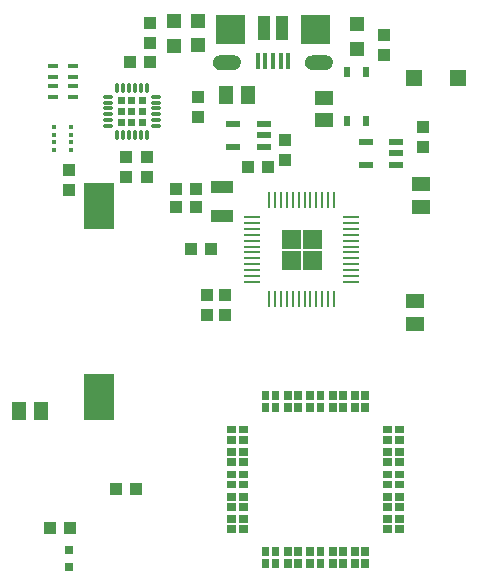
<source format=gbr>
%TF.GenerationSoftware,KiCad,Pcbnew,(6.0.0-0)*%
%TF.CreationDate,2022-01-15T19:35:45-06:00*%
%TF.ProjectId,dropkick,64726f70-6b69-4636-9b2e-6b696361645f,rev?*%
%TF.SameCoordinates,Original*%
%TF.FileFunction,Paste,Top*%
%TF.FilePolarity,Positive*%
%FSLAX46Y46*%
G04 Gerber Fmt 4.6, Leading zero omitted, Abs format (unit mm)*
G04 Created by KiCad (PCBNEW (6.0.0-0)) date 2022-01-15 19:35:45*
%MOMM*%
%LPD*%
G01*
G04 APERTURE LIST*
G04 Aperture macros list*
%AMRoundRect*
0 Rectangle with rounded corners*
0 $1 Rounding radius*
0 $2 $3 $4 $5 $6 $7 $8 $9 X,Y pos of 4 corners*
0 Add a 4 corners polygon primitive as box body*
4,1,4,$2,$3,$4,$5,$6,$7,$8,$9,$2,$3,0*
0 Add four circle primitives for the rounded corners*
1,1,$1+$1,$2,$3*
1,1,$1+$1,$4,$5*
1,1,$1+$1,$6,$7*
1,1,$1+$1,$8,$9*
0 Add four rect primitives between the rounded corners*
20,1,$1+$1,$2,$3,$4,$5,0*
20,1,$1+$1,$4,$5,$6,$7,0*
20,1,$1+$1,$6,$7,$8,$9,0*
20,1,$1+$1,$8,$9,$2,$3,0*%
G04 Aperture macros list end*
%ADD10C,0.010000*%
%ADD11C,0.100000*%
%ADD12C,0.180000*%
%ADD13R,1.000000X1.075000*%
%ADD14R,1.200000X1.200000*%
%ADD15R,0.508000X0.889000*%
%ADD16R,1.500000X1.240000*%
%ADD17R,1.075000X1.000000*%
%ADD18R,0.900000X0.450000*%
%ADD19R,1.900000X1.100000*%
%ADD20R,1.200000X0.550000*%
%ADD21R,1.000000X2.000000*%
%ADD22R,0.400000X1.350000*%
%ADD23R,1.240000X1.500000*%
%ADD24R,0.800000X0.800000*%
%ADD25R,1.400000X1.400000*%
%ADD26R,2.600000X4.000000*%
%ADD27RoundRect,0.070000X0.330000X0.070000X-0.330000X0.070000X-0.330000X-0.070000X0.330000X-0.070000X0*%
%ADD28RoundRect,0.070000X0.070000X-0.330000X0.070000X0.330000X-0.070000X0.330000X-0.070000X-0.330000X0*%
%ADD29RoundRect,0.070000X-0.330000X-0.070000X0.330000X-0.070000X0.330000X0.070000X-0.330000X0.070000X0*%
%ADD30RoundRect,0.070000X-0.070000X0.330000X-0.070000X-0.330000X0.070000X-0.330000X0.070000X0.330000X0*%
%ADD31R,1.346200X0.279400*%
%ADD32R,0.279400X1.346200*%
%ADD33R,0.350000X0.350000*%
G04 APERTURE END LIST*
%TO.C,X1*%
G36*
X95019600Y-48166600D02*
G01*
X92519600Y-48166600D01*
X92519600Y-45666600D01*
X95019600Y-45666600D01*
X95019600Y-48166600D01*
G37*
G36*
X94936535Y-49171879D02*
G01*
X95076788Y-49270123D01*
X95184089Y-49398046D01*
X95254624Y-49549383D01*
X95284831Y-49720875D01*
X95186834Y-50031882D01*
X95076788Y-50163077D01*
X94940033Y-50258871D01*
X94783147Y-50316005D01*
X94622378Y-50330100D01*
X93516822Y-50330100D01*
X93356053Y-50316005D01*
X93199167Y-50258871D01*
X93062412Y-50163077D01*
X92955111Y-50035154D01*
X92884576Y-49883817D01*
X92855122Y-49716600D01*
X92884576Y-49549383D01*
X92955111Y-49398046D01*
X93062412Y-49270123D01*
X93199167Y-49174329D01*
X93356053Y-49117195D01*
X93516822Y-49103100D01*
X94626560Y-49103100D01*
X94936535Y-49171879D01*
G37*
G36*
X87136535Y-49171879D02*
G01*
X87276788Y-49270123D01*
X87384089Y-49398046D01*
X87454624Y-49549383D01*
X87484831Y-49720875D01*
X87386834Y-50031882D01*
X87276788Y-50163077D01*
X87140033Y-50258871D01*
X86983147Y-50316005D01*
X86822378Y-50330100D01*
X85716822Y-50330100D01*
X85556053Y-50316005D01*
X85399167Y-50258871D01*
X85262412Y-50163077D01*
X85155111Y-50035154D01*
X85084576Y-49883817D01*
X85055122Y-49716600D01*
X85084576Y-49549383D01*
X85155111Y-49398046D01*
X85262412Y-49270123D01*
X85399167Y-49174329D01*
X85556053Y-49117195D01*
X85716822Y-49103100D01*
X86826560Y-49103100D01*
X87136535Y-49171879D01*
G37*
G36*
X87819600Y-48166600D02*
G01*
X85319600Y-48166600D01*
X85319600Y-45666600D01*
X87819600Y-45666600D01*
X87819600Y-48166600D01*
G37*
D10*
%TO.C,U2*%
X87266000Y-82928000D02*
X87266000Y-82348000D01*
X87266000Y-82348000D02*
X87986000Y-82348000D01*
X87986000Y-82348000D02*
X87986000Y-82928000D01*
X87986000Y-82928000D02*
X87266000Y-82928000D01*
G36*
X87986000Y-82928000D02*
G01*
X87266000Y-82928000D01*
X87266000Y-82348000D01*
X87986000Y-82348000D01*
X87986000Y-82928000D01*
G37*
X87986000Y-82928000D02*
X87266000Y-82928000D01*
X87266000Y-82348000D01*
X87986000Y-82348000D01*
X87986000Y-82928000D01*
X93011000Y-91423000D02*
X93011000Y-90703000D01*
X93011000Y-90703000D02*
X93591000Y-90703000D01*
X93591000Y-90703000D02*
X93591000Y-91423000D01*
X93591000Y-91423000D02*
X93011000Y-91423000D01*
G36*
X93591000Y-91423000D02*
G01*
X93011000Y-91423000D01*
X93011000Y-90703000D01*
X93591000Y-90703000D01*
X93591000Y-91423000D01*
G37*
X93591000Y-91423000D02*
X93011000Y-91423000D01*
X93011000Y-90703000D01*
X93591000Y-90703000D01*
X93591000Y-91423000D01*
X93861000Y-79223000D02*
X93861000Y-78503000D01*
X93861000Y-78503000D02*
X94441000Y-78503000D01*
X94441000Y-78503000D02*
X94441000Y-79223000D01*
X94441000Y-79223000D02*
X93861000Y-79223000D01*
G36*
X94441000Y-79223000D02*
G01*
X93861000Y-79223000D01*
X93861000Y-78503000D01*
X94441000Y-78503000D01*
X94441000Y-79223000D01*
G37*
X94441000Y-79223000D02*
X93861000Y-79223000D01*
X93861000Y-78503000D01*
X94441000Y-78503000D01*
X94441000Y-79223000D01*
X87266000Y-89478000D02*
X87266000Y-88898000D01*
X87266000Y-88898000D02*
X87986000Y-88898000D01*
X87986000Y-88898000D02*
X87986000Y-89478000D01*
X87986000Y-89478000D02*
X87266000Y-89478000D01*
G36*
X87986000Y-89478000D02*
G01*
X87266000Y-89478000D01*
X87266000Y-88898000D01*
X87986000Y-88898000D01*
X87986000Y-89478000D01*
G37*
X87986000Y-89478000D02*
X87266000Y-89478000D01*
X87266000Y-88898000D01*
X87986000Y-88898000D01*
X87986000Y-89478000D01*
X91961000Y-79223000D02*
X91961000Y-78503000D01*
X91961000Y-78503000D02*
X92541000Y-78503000D01*
X92541000Y-78503000D02*
X92541000Y-79223000D01*
X92541000Y-79223000D02*
X91961000Y-79223000D01*
G36*
X92541000Y-79223000D02*
G01*
X91961000Y-79223000D01*
X91961000Y-78503000D01*
X92541000Y-78503000D01*
X92541000Y-79223000D01*
G37*
X92541000Y-79223000D02*
X91961000Y-79223000D01*
X91961000Y-78503000D01*
X92541000Y-78503000D01*
X92541000Y-79223000D01*
X99466000Y-89478000D02*
X99466000Y-88898000D01*
X99466000Y-88898000D02*
X100186000Y-88898000D01*
X100186000Y-88898000D02*
X100186000Y-89478000D01*
X100186000Y-89478000D02*
X99466000Y-89478000D01*
G36*
X100186000Y-89478000D02*
G01*
X99466000Y-89478000D01*
X99466000Y-88898000D01*
X100186000Y-88898000D01*
X100186000Y-89478000D01*
G37*
X100186000Y-89478000D02*
X99466000Y-89478000D01*
X99466000Y-88898000D01*
X100186000Y-88898000D01*
X100186000Y-89478000D01*
X97661000Y-79223000D02*
X97661000Y-78503000D01*
X97661000Y-78503000D02*
X98241000Y-78503000D01*
X98241000Y-78503000D02*
X98241000Y-79223000D01*
X98241000Y-79223000D02*
X97661000Y-79223000D01*
G36*
X98241000Y-79223000D02*
G01*
X97661000Y-79223000D01*
X97661000Y-78503000D01*
X98241000Y-78503000D01*
X98241000Y-79223000D01*
G37*
X98241000Y-79223000D02*
X97661000Y-79223000D01*
X97661000Y-78503000D01*
X98241000Y-78503000D01*
X98241000Y-79223000D01*
X95761000Y-92423000D02*
X95761000Y-91703000D01*
X95761000Y-91703000D02*
X96341000Y-91703000D01*
X96341000Y-91703000D02*
X96341000Y-92423000D01*
X96341000Y-92423000D02*
X95761000Y-92423000D01*
G36*
X96341000Y-92423000D02*
G01*
X95761000Y-92423000D01*
X95761000Y-91703000D01*
X96341000Y-91703000D01*
X96341000Y-92423000D01*
G37*
X96341000Y-92423000D02*
X95761000Y-92423000D01*
X95761000Y-91703000D01*
X96341000Y-91703000D01*
X96341000Y-92423000D01*
X86266000Y-86728000D02*
X86266000Y-86148000D01*
X86266000Y-86148000D02*
X86986000Y-86148000D01*
X86986000Y-86148000D02*
X86986000Y-86728000D01*
X86986000Y-86728000D02*
X86266000Y-86728000D01*
G36*
X86986000Y-86728000D02*
G01*
X86266000Y-86728000D01*
X86266000Y-86148000D01*
X86986000Y-86148000D01*
X86986000Y-86728000D01*
G37*
X86986000Y-86728000D02*
X86266000Y-86728000D01*
X86266000Y-86148000D01*
X86986000Y-86148000D01*
X86986000Y-86728000D01*
X100466000Y-82928000D02*
X100466000Y-82348000D01*
X100466000Y-82348000D02*
X101186000Y-82348000D01*
X101186000Y-82348000D02*
X101186000Y-82928000D01*
X101186000Y-82928000D02*
X100466000Y-82928000D01*
G36*
X101186000Y-82928000D02*
G01*
X100466000Y-82928000D01*
X100466000Y-82348000D01*
X101186000Y-82348000D01*
X101186000Y-82928000D01*
G37*
X101186000Y-82928000D02*
X100466000Y-82928000D01*
X100466000Y-82348000D01*
X101186000Y-82348000D01*
X101186000Y-82928000D01*
X87266000Y-87578000D02*
X87266000Y-86998000D01*
X87266000Y-86998000D02*
X87986000Y-86998000D01*
X87986000Y-86998000D02*
X87986000Y-87578000D01*
X87986000Y-87578000D02*
X87266000Y-87578000D01*
G36*
X87986000Y-87578000D02*
G01*
X87266000Y-87578000D01*
X87266000Y-86998000D01*
X87986000Y-86998000D01*
X87986000Y-87578000D01*
G37*
X87986000Y-87578000D02*
X87266000Y-87578000D01*
X87266000Y-86998000D01*
X87986000Y-86998000D01*
X87986000Y-87578000D01*
X100466000Y-85678000D02*
X100466000Y-85098000D01*
X100466000Y-85098000D02*
X101186000Y-85098000D01*
X101186000Y-85098000D02*
X101186000Y-85678000D01*
X101186000Y-85678000D02*
X100466000Y-85678000D01*
G36*
X101186000Y-85678000D02*
G01*
X100466000Y-85678000D01*
X100466000Y-85098000D01*
X101186000Y-85098000D01*
X101186000Y-85678000D01*
G37*
X101186000Y-85678000D02*
X100466000Y-85678000D01*
X100466000Y-85098000D01*
X101186000Y-85098000D01*
X101186000Y-85678000D01*
X100466000Y-81878000D02*
X100466000Y-81298000D01*
X100466000Y-81298000D02*
X101186000Y-81298000D01*
X101186000Y-81298000D02*
X101186000Y-81878000D01*
X101186000Y-81878000D02*
X100466000Y-81878000D01*
G36*
X101186000Y-81878000D02*
G01*
X100466000Y-81878000D01*
X100466000Y-81298000D01*
X101186000Y-81298000D01*
X101186000Y-81878000D01*
G37*
X101186000Y-81878000D02*
X100466000Y-81878000D01*
X100466000Y-81298000D01*
X101186000Y-81298000D01*
X101186000Y-81878000D01*
X86266000Y-87578000D02*
X86266000Y-86998000D01*
X86266000Y-86998000D02*
X86986000Y-86998000D01*
X86986000Y-86998000D02*
X86986000Y-87578000D01*
X86986000Y-87578000D02*
X86266000Y-87578000D01*
G36*
X86986000Y-87578000D02*
G01*
X86266000Y-87578000D01*
X86266000Y-86998000D01*
X86986000Y-86998000D01*
X86986000Y-87578000D01*
G37*
X86986000Y-87578000D02*
X86266000Y-87578000D01*
X86266000Y-86998000D01*
X86986000Y-86998000D01*
X86986000Y-87578000D01*
X90061000Y-91423000D02*
X90061000Y-90703000D01*
X90061000Y-90703000D02*
X90641000Y-90703000D01*
X90641000Y-90703000D02*
X90641000Y-91423000D01*
X90641000Y-91423000D02*
X90061000Y-91423000D01*
G36*
X90641000Y-91423000D02*
G01*
X90061000Y-91423000D01*
X90061000Y-90703000D01*
X90641000Y-90703000D01*
X90641000Y-91423000D01*
G37*
X90641000Y-91423000D02*
X90061000Y-91423000D01*
X90061000Y-90703000D01*
X90641000Y-90703000D01*
X90641000Y-91423000D01*
X87266000Y-88628000D02*
X87266000Y-88048000D01*
X87266000Y-88048000D02*
X87986000Y-88048000D01*
X87986000Y-88048000D02*
X87986000Y-88628000D01*
X87986000Y-88628000D02*
X87266000Y-88628000D01*
G36*
X87986000Y-88628000D02*
G01*
X87266000Y-88628000D01*
X87266000Y-88048000D01*
X87986000Y-88048000D01*
X87986000Y-88628000D01*
G37*
X87986000Y-88628000D02*
X87266000Y-88628000D01*
X87266000Y-88048000D01*
X87986000Y-88048000D01*
X87986000Y-88628000D01*
X91961000Y-92423000D02*
X91961000Y-91703000D01*
X91961000Y-91703000D02*
X92541000Y-91703000D01*
X92541000Y-91703000D02*
X92541000Y-92423000D01*
X92541000Y-92423000D02*
X91961000Y-92423000D01*
G36*
X92541000Y-92423000D02*
G01*
X91961000Y-92423000D01*
X91961000Y-91703000D01*
X92541000Y-91703000D01*
X92541000Y-92423000D01*
G37*
X92541000Y-92423000D02*
X91961000Y-92423000D01*
X91961000Y-91703000D01*
X92541000Y-91703000D01*
X92541000Y-92423000D01*
X93861000Y-78223000D02*
X93861000Y-77503000D01*
X93861000Y-77503000D02*
X94441000Y-77503000D01*
X94441000Y-77503000D02*
X94441000Y-78223000D01*
X94441000Y-78223000D02*
X93861000Y-78223000D01*
G36*
X94441000Y-78223000D02*
G01*
X93861000Y-78223000D01*
X93861000Y-77503000D01*
X94441000Y-77503000D01*
X94441000Y-78223000D01*
G37*
X94441000Y-78223000D02*
X93861000Y-78223000D01*
X93861000Y-77503000D01*
X94441000Y-77503000D01*
X94441000Y-78223000D01*
X90061000Y-79223000D02*
X90061000Y-78503000D01*
X90061000Y-78503000D02*
X90641000Y-78503000D01*
X90641000Y-78503000D02*
X90641000Y-79223000D01*
X90641000Y-79223000D02*
X90061000Y-79223000D01*
G36*
X90641000Y-79223000D02*
G01*
X90061000Y-79223000D01*
X90061000Y-78503000D01*
X90641000Y-78503000D01*
X90641000Y-79223000D01*
G37*
X90641000Y-79223000D02*
X90061000Y-79223000D01*
X90061000Y-78503000D01*
X90641000Y-78503000D01*
X90641000Y-79223000D01*
X97661000Y-92423000D02*
X97661000Y-91703000D01*
X97661000Y-91703000D02*
X98241000Y-91703000D01*
X98241000Y-91703000D02*
X98241000Y-92423000D01*
X98241000Y-92423000D02*
X97661000Y-92423000D01*
G36*
X98241000Y-92423000D02*
G01*
X97661000Y-92423000D01*
X97661000Y-91703000D01*
X98241000Y-91703000D01*
X98241000Y-92423000D01*
G37*
X98241000Y-92423000D02*
X97661000Y-92423000D01*
X97661000Y-91703000D01*
X98241000Y-91703000D01*
X98241000Y-92423000D01*
X100466000Y-87578000D02*
X100466000Y-86998000D01*
X100466000Y-86998000D02*
X101186000Y-86998000D01*
X101186000Y-86998000D02*
X101186000Y-87578000D01*
X101186000Y-87578000D02*
X100466000Y-87578000D01*
G36*
X101186000Y-87578000D02*
G01*
X100466000Y-87578000D01*
X100466000Y-86998000D01*
X101186000Y-86998000D01*
X101186000Y-87578000D01*
G37*
X101186000Y-87578000D02*
X100466000Y-87578000D01*
X100466000Y-86998000D01*
X101186000Y-86998000D01*
X101186000Y-87578000D01*
X86266000Y-89478000D02*
X86266000Y-88898000D01*
X86266000Y-88898000D02*
X86986000Y-88898000D01*
X86986000Y-88898000D02*
X86986000Y-89478000D01*
X86986000Y-89478000D02*
X86266000Y-89478000D01*
G36*
X86986000Y-89478000D02*
G01*
X86266000Y-89478000D01*
X86266000Y-88898000D01*
X86986000Y-88898000D01*
X86986000Y-89478000D01*
G37*
X86986000Y-89478000D02*
X86266000Y-89478000D01*
X86266000Y-88898000D01*
X86986000Y-88898000D01*
X86986000Y-89478000D01*
X94911000Y-79223000D02*
X94911000Y-78503000D01*
X94911000Y-78503000D02*
X95491000Y-78503000D01*
X95491000Y-78503000D02*
X95491000Y-79223000D01*
X95491000Y-79223000D02*
X94911000Y-79223000D01*
G36*
X95491000Y-79223000D02*
G01*
X94911000Y-79223000D01*
X94911000Y-78503000D01*
X95491000Y-78503000D01*
X95491000Y-79223000D01*
G37*
X95491000Y-79223000D02*
X94911000Y-79223000D01*
X94911000Y-78503000D01*
X95491000Y-78503000D01*
X95491000Y-79223000D01*
X100466000Y-88628000D02*
X100466000Y-88048000D01*
X100466000Y-88048000D02*
X101186000Y-88048000D01*
X101186000Y-88048000D02*
X101186000Y-88628000D01*
X101186000Y-88628000D02*
X100466000Y-88628000D01*
G36*
X101186000Y-88628000D02*
G01*
X100466000Y-88628000D01*
X100466000Y-88048000D01*
X101186000Y-88048000D01*
X101186000Y-88628000D01*
G37*
X101186000Y-88628000D02*
X100466000Y-88628000D01*
X100466000Y-88048000D01*
X101186000Y-88048000D01*
X101186000Y-88628000D01*
X96811000Y-79223000D02*
X96811000Y-78503000D01*
X96811000Y-78503000D02*
X97391000Y-78503000D01*
X97391000Y-78503000D02*
X97391000Y-79223000D01*
X97391000Y-79223000D02*
X96811000Y-79223000D01*
G36*
X97391000Y-79223000D02*
G01*
X96811000Y-79223000D01*
X96811000Y-78503000D01*
X97391000Y-78503000D01*
X97391000Y-79223000D01*
G37*
X97391000Y-79223000D02*
X96811000Y-79223000D01*
X96811000Y-78503000D01*
X97391000Y-78503000D01*
X97391000Y-79223000D01*
X87266000Y-81878000D02*
X87266000Y-81298000D01*
X87266000Y-81298000D02*
X87986000Y-81298000D01*
X87986000Y-81298000D02*
X87986000Y-81878000D01*
X87986000Y-81878000D02*
X87266000Y-81878000D01*
G36*
X87986000Y-81878000D02*
G01*
X87266000Y-81878000D01*
X87266000Y-81298000D01*
X87986000Y-81298000D01*
X87986000Y-81878000D01*
G37*
X87986000Y-81878000D02*
X87266000Y-81878000D01*
X87266000Y-81298000D01*
X87986000Y-81298000D01*
X87986000Y-81878000D01*
X95761000Y-79223000D02*
X95761000Y-78503000D01*
X95761000Y-78503000D02*
X96341000Y-78503000D01*
X96341000Y-78503000D02*
X96341000Y-79223000D01*
X96341000Y-79223000D02*
X95761000Y-79223000D01*
G36*
X96341000Y-79223000D02*
G01*
X95761000Y-79223000D01*
X95761000Y-78503000D01*
X96341000Y-78503000D01*
X96341000Y-79223000D01*
G37*
X96341000Y-79223000D02*
X95761000Y-79223000D01*
X95761000Y-78503000D01*
X96341000Y-78503000D01*
X96341000Y-79223000D01*
X100466000Y-81028000D02*
X100466000Y-80448000D01*
X100466000Y-80448000D02*
X101186000Y-80448000D01*
X101186000Y-80448000D02*
X101186000Y-81028000D01*
X101186000Y-81028000D02*
X100466000Y-81028000D01*
G36*
X101186000Y-81028000D02*
G01*
X100466000Y-81028000D01*
X100466000Y-80448000D01*
X101186000Y-80448000D01*
X101186000Y-81028000D01*
G37*
X101186000Y-81028000D02*
X100466000Y-81028000D01*
X100466000Y-80448000D01*
X101186000Y-80448000D01*
X101186000Y-81028000D01*
X99466000Y-88628000D02*
X99466000Y-88048000D01*
X99466000Y-88048000D02*
X100186000Y-88048000D01*
X100186000Y-88048000D02*
X100186000Y-88628000D01*
X100186000Y-88628000D02*
X99466000Y-88628000D01*
G36*
X100186000Y-88628000D02*
G01*
X99466000Y-88628000D01*
X99466000Y-88048000D01*
X100186000Y-88048000D01*
X100186000Y-88628000D01*
G37*
X100186000Y-88628000D02*
X99466000Y-88628000D01*
X99466000Y-88048000D01*
X100186000Y-88048000D01*
X100186000Y-88628000D01*
X90061000Y-92423000D02*
X90061000Y-91703000D01*
X90061000Y-91703000D02*
X90641000Y-91703000D01*
X90641000Y-91703000D02*
X90641000Y-92423000D01*
X90641000Y-92423000D02*
X90061000Y-92423000D01*
G36*
X90641000Y-92423000D02*
G01*
X90061000Y-92423000D01*
X90061000Y-91703000D01*
X90641000Y-91703000D01*
X90641000Y-92423000D01*
G37*
X90641000Y-92423000D02*
X90061000Y-92423000D01*
X90061000Y-91703000D01*
X90641000Y-91703000D01*
X90641000Y-92423000D01*
X99466000Y-81028000D02*
X99466000Y-80448000D01*
X99466000Y-80448000D02*
X100186000Y-80448000D01*
X100186000Y-80448000D02*
X100186000Y-81028000D01*
X100186000Y-81028000D02*
X99466000Y-81028000D01*
G36*
X100186000Y-81028000D02*
G01*
X99466000Y-81028000D01*
X99466000Y-80448000D01*
X100186000Y-80448000D01*
X100186000Y-81028000D01*
G37*
X100186000Y-81028000D02*
X99466000Y-81028000D01*
X99466000Y-80448000D01*
X100186000Y-80448000D01*
X100186000Y-81028000D01*
X86266000Y-82928000D02*
X86266000Y-82348000D01*
X86266000Y-82348000D02*
X86986000Y-82348000D01*
X86986000Y-82348000D02*
X86986000Y-82928000D01*
X86986000Y-82928000D02*
X86266000Y-82928000D01*
G36*
X86986000Y-82928000D02*
G01*
X86266000Y-82928000D01*
X86266000Y-82348000D01*
X86986000Y-82348000D01*
X86986000Y-82928000D01*
G37*
X86986000Y-82928000D02*
X86266000Y-82928000D01*
X86266000Y-82348000D01*
X86986000Y-82348000D01*
X86986000Y-82928000D01*
X95761000Y-91423000D02*
X95761000Y-90703000D01*
X95761000Y-90703000D02*
X96341000Y-90703000D01*
X96341000Y-90703000D02*
X96341000Y-91423000D01*
X96341000Y-91423000D02*
X95761000Y-91423000D01*
G36*
X96341000Y-91423000D02*
G01*
X95761000Y-91423000D01*
X95761000Y-90703000D01*
X96341000Y-90703000D01*
X96341000Y-91423000D01*
G37*
X96341000Y-91423000D02*
X95761000Y-91423000D01*
X95761000Y-90703000D01*
X96341000Y-90703000D01*
X96341000Y-91423000D01*
X89211000Y-79223000D02*
X89211000Y-78503000D01*
X89211000Y-78503000D02*
X89791000Y-78503000D01*
X89791000Y-78503000D02*
X89791000Y-79223000D01*
X89791000Y-79223000D02*
X89211000Y-79223000D01*
G36*
X89791000Y-79223000D02*
G01*
X89211000Y-79223000D01*
X89211000Y-78503000D01*
X89791000Y-78503000D01*
X89791000Y-79223000D01*
G37*
X89791000Y-79223000D02*
X89211000Y-79223000D01*
X89211000Y-78503000D01*
X89791000Y-78503000D01*
X89791000Y-79223000D01*
X99466000Y-82928000D02*
X99466000Y-82348000D01*
X99466000Y-82348000D02*
X100186000Y-82348000D01*
X100186000Y-82348000D02*
X100186000Y-82928000D01*
X100186000Y-82928000D02*
X99466000Y-82928000D01*
G36*
X100186000Y-82928000D02*
G01*
X99466000Y-82928000D01*
X99466000Y-82348000D01*
X100186000Y-82348000D01*
X100186000Y-82928000D01*
G37*
X100186000Y-82928000D02*
X99466000Y-82928000D01*
X99466000Y-82348000D01*
X100186000Y-82348000D01*
X100186000Y-82928000D01*
X99466000Y-81878000D02*
X99466000Y-81298000D01*
X99466000Y-81298000D02*
X100186000Y-81298000D01*
X100186000Y-81298000D02*
X100186000Y-81878000D01*
X100186000Y-81878000D02*
X99466000Y-81878000D01*
G36*
X100186000Y-81878000D02*
G01*
X99466000Y-81878000D01*
X99466000Y-81298000D01*
X100186000Y-81298000D01*
X100186000Y-81878000D01*
G37*
X100186000Y-81878000D02*
X99466000Y-81878000D01*
X99466000Y-81298000D01*
X100186000Y-81298000D01*
X100186000Y-81878000D01*
X100466000Y-86728000D02*
X100466000Y-86148000D01*
X100466000Y-86148000D02*
X101186000Y-86148000D01*
X101186000Y-86148000D02*
X101186000Y-86728000D01*
X101186000Y-86728000D02*
X100466000Y-86728000D01*
G36*
X101186000Y-86728000D02*
G01*
X100466000Y-86728000D01*
X100466000Y-86148000D01*
X101186000Y-86148000D01*
X101186000Y-86728000D01*
G37*
X101186000Y-86728000D02*
X100466000Y-86728000D01*
X100466000Y-86148000D01*
X101186000Y-86148000D01*
X101186000Y-86728000D01*
X91961000Y-78223000D02*
X91961000Y-77503000D01*
X91961000Y-77503000D02*
X92541000Y-77503000D01*
X92541000Y-77503000D02*
X92541000Y-78223000D01*
X92541000Y-78223000D02*
X91961000Y-78223000D01*
G36*
X92541000Y-78223000D02*
G01*
X91961000Y-78223000D01*
X91961000Y-77503000D01*
X92541000Y-77503000D01*
X92541000Y-78223000D01*
G37*
X92541000Y-78223000D02*
X91961000Y-78223000D01*
X91961000Y-77503000D01*
X92541000Y-77503000D01*
X92541000Y-78223000D01*
X87266000Y-85678000D02*
X87266000Y-85098000D01*
X87266000Y-85098000D02*
X87986000Y-85098000D01*
X87986000Y-85098000D02*
X87986000Y-85678000D01*
X87986000Y-85678000D02*
X87266000Y-85678000D01*
G36*
X87986000Y-85678000D02*
G01*
X87266000Y-85678000D01*
X87266000Y-85098000D01*
X87986000Y-85098000D01*
X87986000Y-85678000D01*
G37*
X87986000Y-85678000D02*
X87266000Y-85678000D01*
X87266000Y-85098000D01*
X87986000Y-85098000D01*
X87986000Y-85678000D01*
X86266000Y-84828000D02*
X86266000Y-84248000D01*
X86266000Y-84248000D02*
X86986000Y-84248000D01*
X86986000Y-84248000D02*
X86986000Y-84828000D01*
X86986000Y-84828000D02*
X86266000Y-84828000D01*
G36*
X86986000Y-84828000D02*
G01*
X86266000Y-84828000D01*
X86266000Y-84248000D01*
X86986000Y-84248000D01*
X86986000Y-84828000D01*
G37*
X86986000Y-84828000D02*
X86266000Y-84828000D01*
X86266000Y-84248000D01*
X86986000Y-84248000D01*
X86986000Y-84828000D01*
X86266000Y-88628000D02*
X86266000Y-88048000D01*
X86266000Y-88048000D02*
X86986000Y-88048000D01*
X86986000Y-88048000D02*
X86986000Y-88628000D01*
X86986000Y-88628000D02*
X86266000Y-88628000D01*
G36*
X86986000Y-88628000D02*
G01*
X86266000Y-88628000D01*
X86266000Y-88048000D01*
X86986000Y-88048000D01*
X86986000Y-88628000D01*
G37*
X86986000Y-88628000D02*
X86266000Y-88628000D01*
X86266000Y-88048000D01*
X86986000Y-88048000D01*
X86986000Y-88628000D01*
X99466000Y-83778000D02*
X99466000Y-83198000D01*
X99466000Y-83198000D02*
X100186000Y-83198000D01*
X100186000Y-83198000D02*
X100186000Y-83778000D01*
X100186000Y-83778000D02*
X99466000Y-83778000D01*
G36*
X100186000Y-83778000D02*
G01*
X99466000Y-83778000D01*
X99466000Y-83198000D01*
X100186000Y-83198000D01*
X100186000Y-83778000D01*
G37*
X100186000Y-83778000D02*
X99466000Y-83778000D01*
X99466000Y-83198000D01*
X100186000Y-83198000D01*
X100186000Y-83778000D01*
X97661000Y-91423000D02*
X97661000Y-90703000D01*
X97661000Y-90703000D02*
X98241000Y-90703000D01*
X98241000Y-90703000D02*
X98241000Y-91423000D01*
X98241000Y-91423000D02*
X97661000Y-91423000D01*
G36*
X98241000Y-91423000D02*
G01*
X97661000Y-91423000D01*
X97661000Y-90703000D01*
X98241000Y-90703000D01*
X98241000Y-91423000D01*
G37*
X98241000Y-91423000D02*
X97661000Y-91423000D01*
X97661000Y-90703000D01*
X98241000Y-90703000D01*
X98241000Y-91423000D01*
X94911000Y-78223000D02*
X94911000Y-77503000D01*
X94911000Y-77503000D02*
X95491000Y-77503000D01*
X95491000Y-77503000D02*
X95491000Y-78223000D01*
X95491000Y-78223000D02*
X94911000Y-78223000D01*
G36*
X95491000Y-78223000D02*
G01*
X94911000Y-78223000D01*
X94911000Y-77503000D01*
X95491000Y-77503000D01*
X95491000Y-78223000D01*
G37*
X95491000Y-78223000D02*
X94911000Y-78223000D01*
X94911000Y-77503000D01*
X95491000Y-77503000D01*
X95491000Y-78223000D01*
X89211000Y-78223000D02*
X89211000Y-77503000D01*
X89211000Y-77503000D02*
X89791000Y-77503000D01*
X89791000Y-77503000D02*
X89791000Y-78223000D01*
X89791000Y-78223000D02*
X89211000Y-78223000D01*
G36*
X89791000Y-78223000D02*
G01*
X89211000Y-78223000D01*
X89211000Y-77503000D01*
X89791000Y-77503000D01*
X89791000Y-78223000D01*
G37*
X89791000Y-78223000D02*
X89211000Y-78223000D01*
X89211000Y-77503000D01*
X89791000Y-77503000D01*
X89791000Y-78223000D01*
X99466000Y-85678000D02*
X99466000Y-85098000D01*
X99466000Y-85098000D02*
X100186000Y-85098000D01*
X100186000Y-85098000D02*
X100186000Y-85678000D01*
X100186000Y-85678000D02*
X99466000Y-85678000D01*
G36*
X100186000Y-85678000D02*
G01*
X99466000Y-85678000D01*
X99466000Y-85098000D01*
X100186000Y-85098000D01*
X100186000Y-85678000D01*
G37*
X100186000Y-85678000D02*
X99466000Y-85678000D01*
X99466000Y-85098000D01*
X100186000Y-85098000D01*
X100186000Y-85678000D01*
X99466000Y-84828000D02*
X99466000Y-84248000D01*
X99466000Y-84248000D02*
X100186000Y-84248000D01*
X100186000Y-84248000D02*
X100186000Y-84828000D01*
X100186000Y-84828000D02*
X99466000Y-84828000D01*
G36*
X100186000Y-84828000D02*
G01*
X99466000Y-84828000D01*
X99466000Y-84248000D01*
X100186000Y-84248000D01*
X100186000Y-84828000D01*
G37*
X100186000Y-84828000D02*
X99466000Y-84828000D01*
X99466000Y-84248000D01*
X100186000Y-84248000D01*
X100186000Y-84828000D01*
X87266000Y-83778000D02*
X87266000Y-83198000D01*
X87266000Y-83198000D02*
X87986000Y-83198000D01*
X87986000Y-83198000D02*
X87986000Y-83778000D01*
X87986000Y-83778000D02*
X87266000Y-83778000D01*
G36*
X87986000Y-83778000D02*
G01*
X87266000Y-83778000D01*
X87266000Y-83198000D01*
X87986000Y-83198000D01*
X87986000Y-83778000D01*
G37*
X87986000Y-83778000D02*
X87266000Y-83778000D01*
X87266000Y-83198000D01*
X87986000Y-83198000D01*
X87986000Y-83778000D01*
X95761000Y-78223000D02*
X95761000Y-77503000D01*
X95761000Y-77503000D02*
X96341000Y-77503000D01*
X96341000Y-77503000D02*
X96341000Y-78223000D01*
X96341000Y-78223000D02*
X95761000Y-78223000D01*
G36*
X96341000Y-78223000D02*
G01*
X95761000Y-78223000D01*
X95761000Y-77503000D01*
X96341000Y-77503000D01*
X96341000Y-78223000D01*
G37*
X96341000Y-78223000D02*
X95761000Y-78223000D01*
X95761000Y-77503000D01*
X96341000Y-77503000D01*
X96341000Y-78223000D01*
X89211000Y-92423000D02*
X89211000Y-91703000D01*
X89211000Y-91703000D02*
X89791000Y-91703000D01*
X89791000Y-91703000D02*
X89791000Y-92423000D01*
X89791000Y-92423000D02*
X89211000Y-92423000D01*
G36*
X89791000Y-92423000D02*
G01*
X89211000Y-92423000D01*
X89211000Y-91703000D01*
X89791000Y-91703000D01*
X89791000Y-92423000D01*
G37*
X89791000Y-92423000D02*
X89211000Y-92423000D01*
X89211000Y-91703000D01*
X89791000Y-91703000D01*
X89791000Y-92423000D01*
X94911000Y-91423000D02*
X94911000Y-90703000D01*
X94911000Y-90703000D02*
X95491000Y-90703000D01*
X95491000Y-90703000D02*
X95491000Y-91423000D01*
X95491000Y-91423000D02*
X94911000Y-91423000D01*
G36*
X95491000Y-91423000D02*
G01*
X94911000Y-91423000D01*
X94911000Y-90703000D01*
X95491000Y-90703000D01*
X95491000Y-91423000D01*
G37*
X95491000Y-91423000D02*
X94911000Y-91423000D01*
X94911000Y-90703000D01*
X95491000Y-90703000D01*
X95491000Y-91423000D01*
X86266000Y-85678000D02*
X86266000Y-85098000D01*
X86266000Y-85098000D02*
X86986000Y-85098000D01*
X86986000Y-85098000D02*
X86986000Y-85678000D01*
X86986000Y-85678000D02*
X86266000Y-85678000D01*
G36*
X86986000Y-85678000D02*
G01*
X86266000Y-85678000D01*
X86266000Y-85098000D01*
X86986000Y-85098000D01*
X86986000Y-85678000D01*
G37*
X86986000Y-85678000D02*
X86266000Y-85678000D01*
X86266000Y-85098000D01*
X86986000Y-85098000D01*
X86986000Y-85678000D01*
X91961000Y-91423000D02*
X91961000Y-90703000D01*
X91961000Y-90703000D02*
X92541000Y-90703000D01*
X92541000Y-90703000D02*
X92541000Y-91423000D01*
X92541000Y-91423000D02*
X91961000Y-91423000D01*
G36*
X92541000Y-91423000D02*
G01*
X91961000Y-91423000D01*
X91961000Y-90703000D01*
X92541000Y-90703000D01*
X92541000Y-91423000D01*
G37*
X92541000Y-91423000D02*
X91961000Y-91423000D01*
X91961000Y-90703000D01*
X92541000Y-90703000D01*
X92541000Y-91423000D01*
X99466000Y-86728000D02*
X99466000Y-86148000D01*
X99466000Y-86148000D02*
X100186000Y-86148000D01*
X100186000Y-86148000D02*
X100186000Y-86728000D01*
X100186000Y-86728000D02*
X99466000Y-86728000D01*
G36*
X100186000Y-86728000D02*
G01*
X99466000Y-86728000D01*
X99466000Y-86148000D01*
X100186000Y-86148000D01*
X100186000Y-86728000D01*
G37*
X100186000Y-86728000D02*
X99466000Y-86728000D01*
X99466000Y-86148000D01*
X100186000Y-86148000D01*
X100186000Y-86728000D01*
X96811000Y-91423000D02*
X96811000Y-90703000D01*
X96811000Y-90703000D02*
X97391000Y-90703000D01*
X97391000Y-90703000D02*
X97391000Y-91423000D01*
X97391000Y-91423000D02*
X96811000Y-91423000D01*
G36*
X97391000Y-91423000D02*
G01*
X96811000Y-91423000D01*
X96811000Y-90703000D01*
X97391000Y-90703000D01*
X97391000Y-91423000D01*
G37*
X97391000Y-91423000D02*
X96811000Y-91423000D01*
X96811000Y-90703000D01*
X97391000Y-90703000D01*
X97391000Y-91423000D01*
X87266000Y-84828000D02*
X87266000Y-84248000D01*
X87266000Y-84248000D02*
X87986000Y-84248000D01*
X87986000Y-84248000D02*
X87986000Y-84828000D01*
X87986000Y-84828000D02*
X87266000Y-84828000D01*
G36*
X87986000Y-84828000D02*
G01*
X87266000Y-84828000D01*
X87266000Y-84248000D01*
X87986000Y-84248000D01*
X87986000Y-84828000D01*
G37*
X87986000Y-84828000D02*
X87266000Y-84828000D01*
X87266000Y-84248000D01*
X87986000Y-84248000D01*
X87986000Y-84828000D01*
X93861000Y-92423000D02*
X93861000Y-91703000D01*
X93861000Y-91703000D02*
X94441000Y-91703000D01*
X94441000Y-91703000D02*
X94441000Y-92423000D01*
X94441000Y-92423000D02*
X93861000Y-92423000D01*
G36*
X94441000Y-92423000D02*
G01*
X93861000Y-92423000D01*
X93861000Y-91703000D01*
X94441000Y-91703000D01*
X94441000Y-92423000D01*
G37*
X94441000Y-92423000D02*
X93861000Y-92423000D01*
X93861000Y-91703000D01*
X94441000Y-91703000D01*
X94441000Y-92423000D01*
X86266000Y-81878000D02*
X86266000Y-81298000D01*
X86266000Y-81298000D02*
X86986000Y-81298000D01*
X86986000Y-81298000D02*
X86986000Y-81878000D01*
X86986000Y-81878000D02*
X86266000Y-81878000D01*
G36*
X86986000Y-81878000D02*
G01*
X86266000Y-81878000D01*
X86266000Y-81298000D01*
X86986000Y-81298000D01*
X86986000Y-81878000D01*
G37*
X86986000Y-81878000D02*
X86266000Y-81878000D01*
X86266000Y-81298000D01*
X86986000Y-81298000D01*
X86986000Y-81878000D01*
X97661000Y-78223000D02*
X97661000Y-77503000D01*
X97661000Y-77503000D02*
X98241000Y-77503000D01*
X98241000Y-77503000D02*
X98241000Y-78223000D01*
X98241000Y-78223000D02*
X97661000Y-78223000D01*
G36*
X98241000Y-78223000D02*
G01*
X97661000Y-78223000D01*
X97661000Y-77503000D01*
X98241000Y-77503000D01*
X98241000Y-78223000D01*
G37*
X98241000Y-78223000D02*
X97661000Y-78223000D01*
X97661000Y-77503000D01*
X98241000Y-77503000D01*
X98241000Y-78223000D01*
X100466000Y-89478000D02*
X100466000Y-88898000D01*
X100466000Y-88898000D02*
X101186000Y-88898000D01*
X101186000Y-88898000D02*
X101186000Y-89478000D01*
X101186000Y-89478000D02*
X100466000Y-89478000D01*
G36*
X101186000Y-89478000D02*
G01*
X100466000Y-89478000D01*
X100466000Y-88898000D01*
X101186000Y-88898000D01*
X101186000Y-89478000D01*
G37*
X101186000Y-89478000D02*
X100466000Y-89478000D01*
X100466000Y-88898000D01*
X101186000Y-88898000D01*
X101186000Y-89478000D01*
X100466000Y-83778000D02*
X100466000Y-83198000D01*
X100466000Y-83198000D02*
X101186000Y-83198000D01*
X101186000Y-83198000D02*
X101186000Y-83778000D01*
X101186000Y-83778000D02*
X100466000Y-83778000D01*
G36*
X101186000Y-83778000D02*
G01*
X100466000Y-83778000D01*
X100466000Y-83198000D01*
X101186000Y-83198000D01*
X101186000Y-83778000D01*
G37*
X101186000Y-83778000D02*
X100466000Y-83778000D01*
X100466000Y-83198000D01*
X101186000Y-83198000D01*
X101186000Y-83778000D01*
X87266000Y-86728000D02*
X87266000Y-86148000D01*
X87266000Y-86148000D02*
X87986000Y-86148000D01*
X87986000Y-86148000D02*
X87986000Y-86728000D01*
X87986000Y-86728000D02*
X87266000Y-86728000D01*
G36*
X87986000Y-86728000D02*
G01*
X87266000Y-86728000D01*
X87266000Y-86148000D01*
X87986000Y-86148000D01*
X87986000Y-86728000D01*
G37*
X87986000Y-86728000D02*
X87266000Y-86728000D01*
X87266000Y-86148000D01*
X87986000Y-86148000D01*
X87986000Y-86728000D01*
X93861000Y-91423000D02*
X93861000Y-90703000D01*
X93861000Y-90703000D02*
X94441000Y-90703000D01*
X94441000Y-90703000D02*
X94441000Y-91423000D01*
X94441000Y-91423000D02*
X93861000Y-91423000D01*
G36*
X94441000Y-91423000D02*
G01*
X93861000Y-91423000D01*
X93861000Y-90703000D01*
X94441000Y-90703000D01*
X94441000Y-91423000D01*
G37*
X94441000Y-91423000D02*
X93861000Y-91423000D01*
X93861000Y-90703000D01*
X94441000Y-90703000D01*
X94441000Y-91423000D01*
X91111000Y-79223000D02*
X91111000Y-78503000D01*
X91111000Y-78503000D02*
X91691000Y-78503000D01*
X91691000Y-78503000D02*
X91691000Y-79223000D01*
X91691000Y-79223000D02*
X91111000Y-79223000D01*
G36*
X91691000Y-79223000D02*
G01*
X91111000Y-79223000D01*
X91111000Y-78503000D01*
X91691000Y-78503000D01*
X91691000Y-79223000D01*
G37*
X91691000Y-79223000D02*
X91111000Y-79223000D01*
X91111000Y-78503000D01*
X91691000Y-78503000D01*
X91691000Y-79223000D01*
X99466000Y-87578000D02*
X99466000Y-86998000D01*
X99466000Y-86998000D02*
X100186000Y-86998000D01*
X100186000Y-86998000D02*
X100186000Y-87578000D01*
X100186000Y-87578000D02*
X99466000Y-87578000D01*
G36*
X100186000Y-87578000D02*
G01*
X99466000Y-87578000D01*
X99466000Y-86998000D01*
X100186000Y-86998000D01*
X100186000Y-87578000D01*
G37*
X100186000Y-87578000D02*
X99466000Y-87578000D01*
X99466000Y-86998000D01*
X100186000Y-86998000D01*
X100186000Y-87578000D01*
X100466000Y-84828000D02*
X100466000Y-84248000D01*
X100466000Y-84248000D02*
X101186000Y-84248000D01*
X101186000Y-84248000D02*
X101186000Y-84828000D01*
X101186000Y-84828000D02*
X100466000Y-84828000D01*
G36*
X101186000Y-84828000D02*
G01*
X100466000Y-84828000D01*
X100466000Y-84248000D01*
X101186000Y-84248000D01*
X101186000Y-84828000D01*
G37*
X101186000Y-84828000D02*
X100466000Y-84828000D01*
X100466000Y-84248000D01*
X101186000Y-84248000D01*
X101186000Y-84828000D01*
X90061000Y-78223000D02*
X90061000Y-77503000D01*
X90061000Y-77503000D02*
X90641000Y-77503000D01*
X90641000Y-77503000D02*
X90641000Y-78223000D01*
X90641000Y-78223000D02*
X90061000Y-78223000D01*
G36*
X90641000Y-78223000D02*
G01*
X90061000Y-78223000D01*
X90061000Y-77503000D01*
X90641000Y-77503000D01*
X90641000Y-78223000D01*
G37*
X90641000Y-78223000D02*
X90061000Y-78223000D01*
X90061000Y-77503000D01*
X90641000Y-77503000D01*
X90641000Y-78223000D01*
X89211000Y-91423000D02*
X89211000Y-90703000D01*
X89211000Y-90703000D02*
X89791000Y-90703000D01*
X89791000Y-90703000D02*
X89791000Y-91423000D01*
X89791000Y-91423000D02*
X89211000Y-91423000D01*
G36*
X89791000Y-91423000D02*
G01*
X89211000Y-91423000D01*
X89211000Y-90703000D01*
X89791000Y-90703000D01*
X89791000Y-91423000D01*
G37*
X89791000Y-91423000D02*
X89211000Y-91423000D01*
X89211000Y-90703000D01*
X89791000Y-90703000D01*
X89791000Y-91423000D01*
X87266000Y-81028000D02*
X87266000Y-80448000D01*
X87266000Y-80448000D02*
X87986000Y-80448000D01*
X87986000Y-80448000D02*
X87986000Y-81028000D01*
X87986000Y-81028000D02*
X87266000Y-81028000D01*
G36*
X87986000Y-81028000D02*
G01*
X87266000Y-81028000D01*
X87266000Y-80448000D01*
X87986000Y-80448000D01*
X87986000Y-81028000D01*
G37*
X87986000Y-81028000D02*
X87266000Y-81028000D01*
X87266000Y-80448000D01*
X87986000Y-80448000D01*
X87986000Y-81028000D01*
X93011000Y-92423000D02*
X93011000Y-91703000D01*
X93011000Y-91703000D02*
X93591000Y-91703000D01*
X93591000Y-91703000D02*
X93591000Y-92423000D01*
X93591000Y-92423000D02*
X93011000Y-92423000D01*
G36*
X93591000Y-92423000D02*
G01*
X93011000Y-92423000D01*
X93011000Y-91703000D01*
X93591000Y-91703000D01*
X93591000Y-92423000D01*
G37*
X93591000Y-92423000D02*
X93011000Y-92423000D01*
X93011000Y-91703000D01*
X93591000Y-91703000D01*
X93591000Y-92423000D01*
X86266000Y-83778000D02*
X86266000Y-83198000D01*
X86266000Y-83198000D02*
X86986000Y-83198000D01*
X86986000Y-83198000D02*
X86986000Y-83778000D01*
X86986000Y-83778000D02*
X86266000Y-83778000D01*
G36*
X86986000Y-83778000D02*
G01*
X86266000Y-83778000D01*
X86266000Y-83198000D01*
X86986000Y-83198000D01*
X86986000Y-83778000D01*
G37*
X86986000Y-83778000D02*
X86266000Y-83778000D01*
X86266000Y-83198000D01*
X86986000Y-83198000D01*
X86986000Y-83778000D01*
X93011000Y-79223000D02*
X93011000Y-78503000D01*
X93011000Y-78503000D02*
X93591000Y-78503000D01*
X93591000Y-78503000D02*
X93591000Y-79223000D01*
X93591000Y-79223000D02*
X93011000Y-79223000D01*
G36*
X93591000Y-79223000D02*
G01*
X93011000Y-79223000D01*
X93011000Y-78503000D01*
X93591000Y-78503000D01*
X93591000Y-79223000D01*
G37*
X93591000Y-79223000D02*
X93011000Y-79223000D01*
X93011000Y-78503000D01*
X93591000Y-78503000D01*
X93591000Y-79223000D01*
X94911000Y-92423000D02*
X94911000Y-91703000D01*
X94911000Y-91703000D02*
X95491000Y-91703000D01*
X95491000Y-91703000D02*
X95491000Y-92423000D01*
X95491000Y-92423000D02*
X94911000Y-92423000D01*
G36*
X95491000Y-92423000D02*
G01*
X94911000Y-92423000D01*
X94911000Y-91703000D01*
X95491000Y-91703000D01*
X95491000Y-92423000D01*
G37*
X95491000Y-92423000D02*
X94911000Y-92423000D01*
X94911000Y-91703000D01*
X95491000Y-91703000D01*
X95491000Y-92423000D01*
X93011000Y-78223000D02*
X93011000Y-77503000D01*
X93011000Y-77503000D02*
X93591000Y-77503000D01*
X93591000Y-77503000D02*
X93591000Y-78223000D01*
X93591000Y-78223000D02*
X93011000Y-78223000D01*
G36*
X93591000Y-78223000D02*
G01*
X93011000Y-78223000D01*
X93011000Y-77503000D01*
X93591000Y-77503000D01*
X93591000Y-78223000D01*
G37*
X93591000Y-78223000D02*
X93011000Y-78223000D01*
X93011000Y-77503000D01*
X93591000Y-77503000D01*
X93591000Y-78223000D01*
X91111000Y-78223000D02*
X91111000Y-77503000D01*
X91111000Y-77503000D02*
X91691000Y-77503000D01*
X91691000Y-77503000D02*
X91691000Y-78223000D01*
X91691000Y-78223000D02*
X91111000Y-78223000D01*
G36*
X91691000Y-78223000D02*
G01*
X91111000Y-78223000D01*
X91111000Y-77503000D01*
X91691000Y-77503000D01*
X91691000Y-78223000D01*
G37*
X91691000Y-78223000D02*
X91111000Y-78223000D01*
X91111000Y-77503000D01*
X91691000Y-77503000D01*
X91691000Y-78223000D01*
X96811000Y-92423000D02*
X96811000Y-91703000D01*
X96811000Y-91703000D02*
X97391000Y-91703000D01*
X97391000Y-91703000D02*
X97391000Y-92423000D01*
X97391000Y-92423000D02*
X96811000Y-92423000D01*
G36*
X97391000Y-92423000D02*
G01*
X96811000Y-92423000D01*
X96811000Y-91703000D01*
X97391000Y-91703000D01*
X97391000Y-92423000D01*
G37*
X97391000Y-92423000D02*
X96811000Y-92423000D01*
X96811000Y-91703000D01*
X97391000Y-91703000D01*
X97391000Y-92423000D01*
X91111000Y-92423000D02*
X91111000Y-91703000D01*
X91111000Y-91703000D02*
X91691000Y-91703000D01*
X91691000Y-91703000D02*
X91691000Y-92423000D01*
X91691000Y-92423000D02*
X91111000Y-92423000D01*
G36*
X91691000Y-92423000D02*
G01*
X91111000Y-92423000D01*
X91111000Y-91703000D01*
X91691000Y-91703000D01*
X91691000Y-92423000D01*
G37*
X91691000Y-92423000D02*
X91111000Y-92423000D01*
X91111000Y-91703000D01*
X91691000Y-91703000D01*
X91691000Y-92423000D01*
X91111000Y-91423000D02*
X91111000Y-90703000D01*
X91111000Y-90703000D02*
X91691000Y-90703000D01*
X91691000Y-90703000D02*
X91691000Y-91423000D01*
X91691000Y-91423000D02*
X91111000Y-91423000D01*
G36*
X91691000Y-91423000D02*
G01*
X91111000Y-91423000D01*
X91111000Y-90703000D01*
X91691000Y-90703000D01*
X91691000Y-91423000D01*
G37*
X91691000Y-91423000D02*
X91111000Y-91423000D01*
X91111000Y-90703000D01*
X91691000Y-90703000D01*
X91691000Y-91423000D01*
X86266000Y-81028000D02*
X86266000Y-80448000D01*
X86266000Y-80448000D02*
X86986000Y-80448000D01*
X86986000Y-80448000D02*
X86986000Y-81028000D01*
X86986000Y-81028000D02*
X86266000Y-81028000D01*
G36*
X86986000Y-81028000D02*
G01*
X86266000Y-81028000D01*
X86266000Y-80448000D01*
X86986000Y-80448000D01*
X86986000Y-81028000D01*
G37*
X86986000Y-81028000D02*
X86266000Y-81028000D01*
X86266000Y-80448000D01*
X86986000Y-80448000D01*
X86986000Y-81028000D01*
X96811000Y-78223000D02*
X96811000Y-77503000D01*
X96811000Y-77503000D02*
X97391000Y-77503000D01*
X97391000Y-77503000D02*
X97391000Y-78223000D01*
X97391000Y-78223000D02*
X96811000Y-78223000D01*
G36*
X97391000Y-78223000D02*
G01*
X96811000Y-78223000D01*
X96811000Y-77503000D01*
X97391000Y-77503000D01*
X97391000Y-78223000D01*
G37*
X97391000Y-78223000D02*
X96811000Y-78223000D01*
X96811000Y-77503000D01*
X97391000Y-77503000D01*
X97391000Y-78223000D01*
%TO.C,U5*%
G36*
X78532000Y-53248000D02*
G01*
X77932000Y-53248000D01*
X77932000Y-52648000D01*
X78532000Y-52648000D01*
X78532000Y-53248000D01*
G37*
G36*
X77632000Y-55048000D02*
G01*
X77032000Y-55048000D01*
X77032000Y-54448000D01*
X77632000Y-54448000D01*
X77632000Y-55048000D01*
G37*
G36*
X77632000Y-54148000D02*
G01*
X77032000Y-54148000D01*
X77032000Y-53548000D01*
X77632000Y-53548000D01*
X77632000Y-54148000D01*
G37*
G36*
X78532000Y-55048000D02*
G01*
X77932000Y-55048000D01*
X77932000Y-54448000D01*
X78532000Y-54448000D01*
X78532000Y-55048000D01*
G37*
G36*
X78532000Y-54148000D02*
G01*
X77932000Y-54148000D01*
X77932000Y-53548000D01*
X78532000Y-53548000D01*
X78532000Y-54148000D01*
G37*
G36*
X77632000Y-53248000D02*
G01*
X77032000Y-53248000D01*
X77032000Y-52648000D01*
X77632000Y-52648000D01*
X77632000Y-53248000D01*
G37*
G36*
X79432000Y-55048000D02*
G01*
X78832000Y-55048000D01*
X78832000Y-54448000D01*
X79432000Y-54448000D01*
X79432000Y-55048000D01*
G37*
G36*
X79432000Y-53248000D02*
G01*
X78832000Y-53248000D01*
X78832000Y-52648000D01*
X79432000Y-52648000D01*
X79432000Y-53248000D01*
G37*
G36*
X79432000Y-54148000D02*
G01*
X78832000Y-54148000D01*
X78832000Y-53548000D01*
X79432000Y-53548000D01*
X79432000Y-54148000D01*
G37*
D11*
%TO.C,U1*%
X92695700Y-65636000D02*
X92695700Y-67188600D01*
X92695700Y-67188600D02*
X94248300Y-67188600D01*
X94248300Y-67188600D02*
X94248300Y-65636000D01*
X94248300Y-65636000D02*
X92695700Y-65636000D01*
G36*
X94248300Y-67188600D02*
G01*
X92695700Y-67188600D01*
X92695700Y-65636000D01*
X94248300Y-65636000D01*
X94248300Y-67188600D01*
G37*
X94248300Y-67188600D02*
X92695700Y-67188600D01*
X92695700Y-65636000D01*
X94248300Y-65636000D01*
X94248300Y-67188600D01*
X90943100Y-63883400D02*
X90943100Y-65436000D01*
X90943100Y-65436000D02*
X92495700Y-65436000D01*
X92495700Y-65436000D02*
X92495700Y-63883400D01*
X92495700Y-63883400D02*
X90943100Y-63883400D01*
G36*
X92495700Y-65436000D02*
G01*
X90943100Y-65436000D01*
X90943100Y-63883400D01*
X92495700Y-63883400D01*
X92495700Y-65436000D01*
G37*
X92495700Y-65436000D02*
X90943100Y-65436000D01*
X90943100Y-63883400D01*
X92495700Y-63883400D01*
X92495700Y-65436000D01*
X92695700Y-63883400D02*
X92695700Y-65436000D01*
X92695700Y-65436000D02*
X94248300Y-65436000D01*
X94248300Y-65436000D02*
X94248300Y-63883400D01*
X94248300Y-63883400D02*
X92695700Y-63883400D01*
G36*
X94248300Y-65436000D02*
G01*
X92695700Y-65436000D01*
X92695700Y-63883400D01*
X94248300Y-63883400D01*
X94248300Y-65436000D01*
G37*
X94248300Y-65436000D02*
X92695700Y-65436000D01*
X92695700Y-63883400D01*
X94248300Y-63883400D01*
X94248300Y-65436000D01*
X90943100Y-65636000D02*
X90943100Y-67188600D01*
X90943100Y-67188600D02*
X92495700Y-67188600D01*
X92495700Y-67188600D02*
X92495700Y-65636000D01*
X92495700Y-65636000D02*
X90943100Y-65636000D01*
G36*
X92495700Y-67188600D02*
G01*
X90943100Y-67188600D01*
X90943100Y-65636000D01*
X92495700Y-65636000D01*
X92495700Y-67188600D01*
G37*
X92495700Y-67188600D02*
X90943100Y-67188600D01*
X90943100Y-65636000D01*
X92495700Y-65636000D01*
X92495700Y-67188600D01*
%TO.C,U4*%
D12*
X71755000Y-56459001D02*
G75*
G03*
X71755000Y-56459001I-90000J0D01*
G01*
X71755000Y-55808999D02*
G75*
G03*
X71755000Y-55808999I-90000J0D01*
G01*
X71755000Y-57108999D02*
G75*
G03*
X71755000Y-57108999I-90000J0D01*
G01*
X71755000Y-55159001D02*
G75*
G03*
X71755000Y-55159001I-90000J0D01*
G01*
X73205000Y-57108999D02*
G75*
G03*
X73205000Y-57108999I-90000J0D01*
G01*
X73205000Y-56459001D02*
G75*
G03*
X73205000Y-56459001I-90000J0D01*
G01*
X73205000Y-55808999D02*
G75*
G03*
X73205000Y-55808999I-90000J0D01*
G01*
X73205000Y-55159001D02*
G75*
G03*
X73205000Y-55159001I-90000J0D01*
G01*
%TD*%
D13*
%TO.C,C12*%
X79502000Y-57697000D03*
X79502000Y-59397000D03*
%TD*%
D14*
%TO.C,CHG1*%
X83820000Y-46160000D03*
X83820000Y-48260000D03*
%TD*%
D13*
%TO.C,R2*%
X86106000Y-69420000D03*
X86106000Y-71120000D03*
%TD*%
D15*
%TO.C,SW2*%
X96481999Y-54627998D03*
X98082001Y-54627998D03*
X98082001Y-50528002D03*
X96481999Y-50528002D03*
%TD*%
D16*
%TO.C,C2*%
X102235000Y-69916000D03*
X102235000Y-71816000D03*
%TD*%
D17*
%TO.C,C7*%
X83654000Y-60452000D03*
X81954000Y-60452000D03*
%TD*%
D13*
%TO.C,C10*%
X91186000Y-58000000D03*
X91186000Y-56300000D03*
%TD*%
D17*
%TO.C,C8*%
X83654000Y-61976000D03*
X81954000Y-61976000D03*
%TD*%
D14*
%TO.C,L2*%
X97282000Y-48548000D03*
X97282000Y-46448000D03*
%TD*%
D18*
%TO.C,R11*%
X71540000Y-50008000D03*
X71540000Y-50908000D03*
X71540000Y-51708000D03*
X71540000Y-52608000D03*
X73240000Y-52608000D03*
X73240000Y-51708000D03*
X73240000Y-50908000D03*
X73240000Y-50008000D03*
%TD*%
D17*
%TO.C,R7*%
X88050000Y-58547000D03*
X89750000Y-58547000D03*
%TD*%
D16*
%TO.C,C4*%
X102743000Y-61910000D03*
X102743000Y-60010000D03*
%TD*%
D13*
%TO.C,R8*%
X99568000Y-49110000D03*
X99568000Y-47410000D03*
%TD*%
D17*
%TO.C,C5*%
X76874000Y-85852000D03*
X78574000Y-85852000D03*
%TD*%
D13*
%TO.C,R1*%
X84582000Y-71120000D03*
X84582000Y-69420000D03*
%TD*%
D19*
%TO.C,X5*%
X85852000Y-60268000D03*
X85852000Y-62668000D03*
%TD*%
D17*
%TO.C,R10*%
X71286000Y-89154000D03*
X72986000Y-89154000D03*
%TD*%
D20*
%TO.C,U6*%
X100614100Y-58350000D03*
X100614100Y-57400000D03*
X100614100Y-56450000D03*
X98013900Y-56450000D03*
X98013900Y-58350000D03*
%TD*%
D16*
%TO.C,C3*%
X94488000Y-54605000D03*
X94488000Y-52705000D03*
%TD*%
D21*
%TO.C,X1*%
X90919600Y-46816600D03*
X89419600Y-46816600D03*
D22*
X90169600Y-49591600D03*
X90819600Y-49591600D03*
X88869600Y-49591600D03*
X89519600Y-49591600D03*
X91469600Y-49591600D03*
%TD*%
D17*
%TO.C,C13*%
X78093200Y-49631600D03*
X79793200Y-49631600D03*
%TD*%
D23*
%TO.C,C9*%
X88072000Y-52451000D03*
X86172000Y-52451000D03*
%TD*%
D24*
%TO.C,D2*%
X72898000Y-92444000D03*
X72898000Y-90944000D03*
%TD*%
D13*
%TO.C,R6*%
X83820000Y-54356000D03*
X83820000Y-52656000D03*
%TD*%
D17*
%TO.C,C1*%
X84924000Y-65532000D03*
X83224000Y-65532000D03*
%TD*%
D25*
%TO.C,D1*%
X105850000Y-51000000D03*
X102150000Y-51000000D03*
%TD*%
D13*
%TO.C,R9*%
X79756000Y-46355000D03*
X79756000Y-48055000D03*
%TD*%
D23*
%TO.C,C11*%
X68646000Y-79248000D03*
X70546000Y-79248000D03*
%TD*%
D26*
%TO.C,B1*%
X75438000Y-78006000D03*
X75468000Y-61826000D03*
%TD*%
D27*
%TO.C,U5*%
X76232000Y-52598000D03*
X76232000Y-53098000D03*
X76232000Y-53598000D03*
X76232000Y-54098000D03*
X76232000Y-54598000D03*
X76232000Y-55098000D03*
D28*
X76982000Y-55848000D03*
X77482000Y-55848000D03*
X77982000Y-55848000D03*
X78482000Y-55848000D03*
X78982000Y-55848000D03*
X79482000Y-55848000D03*
D29*
X80232000Y-55098000D03*
X80232000Y-54598000D03*
X80232000Y-54098000D03*
X80232000Y-53598000D03*
X80232000Y-53098000D03*
X80232000Y-52598000D03*
D30*
X79482000Y-51848000D03*
X78982000Y-51848000D03*
X78482000Y-51848000D03*
X77982000Y-51848000D03*
X77482000Y-51848000D03*
X76982000Y-51848000D03*
%TD*%
D13*
%TO.C,R14*%
X77724000Y-57697000D03*
X77724000Y-59397000D03*
%TD*%
D31*
%TO.C,U1*%
X88417400Y-62786000D03*
X88417400Y-63285999D03*
X88417400Y-63786001D03*
X88417400Y-64286000D03*
X88417400Y-64785999D03*
X88417400Y-65286000D03*
X88417400Y-65786000D03*
X88417400Y-66286001D03*
X88417400Y-66786000D03*
X88417400Y-67285999D03*
X88417400Y-67786001D03*
X88417400Y-68286000D03*
D32*
X89845700Y-69714300D03*
X90345699Y-69714300D03*
X90845701Y-69714300D03*
X91345700Y-69714300D03*
X91845699Y-69714300D03*
X92345700Y-69714300D03*
X92845700Y-69714300D03*
X93345701Y-69714300D03*
X93845700Y-69714300D03*
X94345699Y-69714300D03*
X94845701Y-69714300D03*
X95345700Y-69714300D03*
D31*
X96774000Y-68286000D03*
X96774000Y-67786001D03*
X96774000Y-67285999D03*
X96774000Y-66786000D03*
X96774000Y-66286001D03*
X96774000Y-65786000D03*
X96774000Y-65286000D03*
X96774000Y-64785999D03*
X96774000Y-64286000D03*
X96774000Y-63786001D03*
X96774000Y-63285999D03*
X96774000Y-62786000D03*
D32*
X95345700Y-61357700D03*
X94845701Y-61357700D03*
X94345699Y-61357700D03*
X93845700Y-61357700D03*
X93345701Y-61357700D03*
X92845700Y-61357700D03*
X92345700Y-61357700D03*
X91845699Y-61357700D03*
X91345700Y-61357700D03*
X90845701Y-61357700D03*
X90345699Y-61357700D03*
X89845700Y-61357700D03*
%TD*%
D14*
%TO.C,L1*%
X81788000Y-48294000D03*
X81788000Y-46194000D03*
%TD*%
D13*
%TO.C,R3*%
X102870000Y-56857000D03*
X102870000Y-55157000D03*
%TD*%
D20*
%TO.C,U3*%
X89408000Y-56830000D03*
X89408000Y-55880000D03*
X89408000Y-54930000D03*
X86807800Y-54930000D03*
X86807800Y-56830000D03*
%TD*%
D33*
%TO.C,U4*%
X71665000Y-57108999D03*
X71665000Y-56459001D03*
X71665000Y-55808999D03*
X71665000Y-55159001D03*
X73115000Y-55159001D03*
X73115000Y-55808999D03*
X73115000Y-56459001D03*
X73115000Y-57108999D03*
%TD*%
D13*
%TO.C,C6*%
X72898000Y-58840000D03*
X72898000Y-60540000D03*
%TD*%
M02*

</source>
